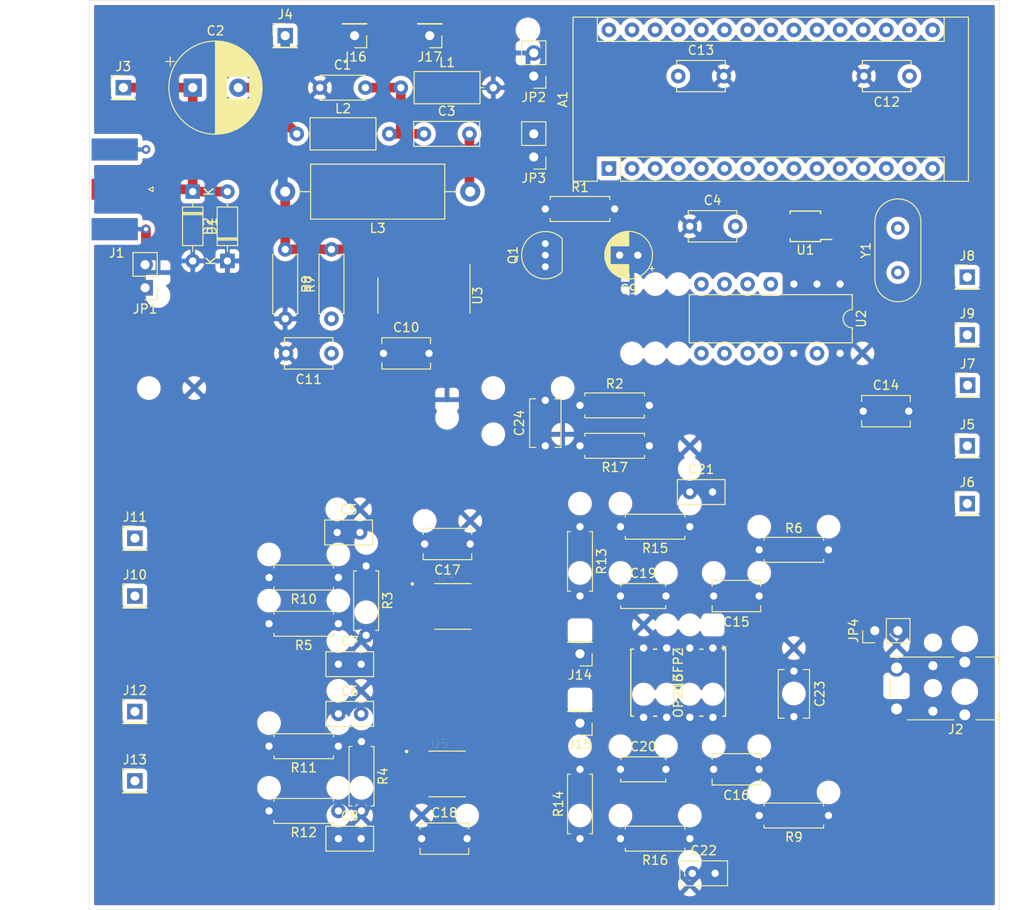
<source format=kicad_pcb>
(kicad_pcb (version 20171130) (host pcbnew "(5.1.5)-3")
  (layers (0 F.Cu signal) (31 B.Cu signal) (34 B.Paste user) (35 F.Paste user) (36 B.SilkS user) (37 F.SilkS user) (38 B.Mask user) (39 F.Mask user) (44 Edge.Cuts user))
  (net 0 "")
  (net 1 "Net-(A1-Pad1)")
  (net 2 +3V3)
  (net 3 "Net-(A1-Pad2)")
  (net 4 "Net-(A1-Pad18)")
  (net 5 "Net-(A1-Pad3)")
  (net 6 "Net-(A1-Pad19)")
  (net 7 "Net-(A1-Pad29)")
  (net 8 "Net-(A1-Pad20)")
  (net 9 "Net-(A1-Pad5)")
  (net 10 "Net-(A1-Pad21)")
  (net 11 "Net-(A1-Pad6)")
  (net 12 "Net-(A1-Pad22)")
  (net 13 "Net-(A1-Pad7)")
  (net 14 /SDA)
  (net 15 "Net-(A1-Pad8)")
  (net 16 /SCL)
  (net 17 "Net-(A1-Pad9)")
  (net 18 "Net-(A1-Pad25)")
  (net 19 "Net-(A1-Pad10)")
  (net 20 "Net-(A1-Pad26)")
  (net 21 "Net-(A1-Pad11)")
  (net 22 +5V)
  (net 23 "Net-(A1-Pad12)")
  (net 24 "Net-(A1-Pad28)")
  (net 25 "Net-(A1-Pad13)")
  (net 26 "Net-(A1-Pad14)")
  (net 27 "Net-(A1-Pad30)")
  (net 28 "Net-(A1-Pad15)")
  (net 29 "Net-(A1-Pad16)")
  (net 30 "Net-(C1-Pad2)")
  (net 31 GND)
  (net 32 "Net-(C2-Pad1)")
  (net 33 "Net-(C2-Pad2)")
  (net 34 "Net-(C3-Pad2)")
  (net 35 "Net-(C5-Pad1)")
  (net 36 "Net-(C6-Pad1)")
  (net 37 "Net-(C7-Pad1)")
  (net 38 "Net-(C8-Pad1)")
  (net 39 GNDA)
  (net 40 "Net-(C15-Pad1)")
  (net 41 "Net-(C15-Pad2)")
  (net 42 "Net-(C16-Pad1)")
  (net 43 "Net-(C16-Pad2)")
  (net 44 "Net-(J1-Pad2)")
  (net 45 "Net-(J2-PadT)")
  (net 46 "Net-(R3-Pad1)")
  (net 47 "Net-(R3-Pad2)")
  (net 48 "Net-(R4-Pad2)")
  (net 49 "Net-(R4-Pad1)")
  (net 50 "Net-(R5-Pad2)")
  (net 51 "Net-(J2-PadR)")
  (net 52 "Net-(R10-Pad2)")
  (net 53 "Net-(R11-Pad2)")
  (net 54 "Net-(R12-Pad2)")
  (net 55 "Net-(U1-Pad2)")
  (net 56 "Net-(U1-Pad3)")
  (net 57 /Q_LO)
  (net 58 "Net-(U2-Pad9)")
  (net 59 "Net-(U2-Pad12)")
  (net 60 /I_LO)
  (net 61 "Net-(J6-Pad1)")
  (net 62 "Net-(J5-Pad1)")
  (net 63 "Net-(J7-Pad1)")
  (net 64 "Net-(C19-Pad1)")
  (net 65 "Net-(C20-Pad1)")
  (net 66 "Net-(C21-Pad1)")
  (net 67 "Net-(C22-Pad1)")
  (net 68 /FIL_OUT)
  (net 69 "Net-(J14-Pad1)")
  (net 70 "Net-(J15-Pad1)")
  (net 71 +4.3V)
  (net 72 "Net-(J2-PadS)")
  (net 73 "Net-(C9-Pad2)")
  (module Package_SO:SOIC-16_3.9x9.9mm_P1.27mm (layer F.Cu) (at 111.76 77.47 270)
    (fp_text reference U3 (at 0 -5.9 90) (layer F.SilkS))
    (fp_text value SN74CBT3253)
    (pad 1 smd roundrect (at -2.475 -4.445 270) (size 1.95 0.6) (layers F.Cu F.Paste F.Mask) (net 31 GND))
    (pad 2 smd roundrect (at -2.475 -3.175 270) (size 1.95 0.6) (layers F.Cu F.Paste F.Mask) (net 57 /Q_LO))
    (pad 3 smd roundrect (at -2.475 -1.905 270) (size 1.95 0.6) (layers F.Cu F.Paste F.Mask) (net 52 "Net-(R10-Pad2)"))
    (pad 4 smd roundrect (at -2.475 -0.635 270) (size 1.95 0.6) (layers F.Cu F.Paste F.Mask) (net 54 "Net-(R12-Pad2)"))
    (pad 5 smd roundrect (at -2.475 0.635 270) (size 1.95 0.6) (layers F.Cu F.Paste F.Mask) (net 53 "Net-(R11-Pad2)"))
    (pad 6 smd roundrect (at -2.475 1.905 270) (size 1.95 0.6) (layers F.Cu F.Paste F.Mask) (net 50 "Net-(R5-Pad2)"))
    (pad 7 smd roundrect (at -2.475 3.175 270) (size 1.95 0.6) (layers F.Cu F.Paste F.Mask) (net 68 /FIL_OUT))
    (pad 8 smd roundrect (at -2.475 4.445 270) (size 1.95 0.6) (layers F.Cu F.Paste F.Mask) (net 31 GND))
    (pad 9 smd roundrect (at 2.475 4.445 270) (size 1.95 0.6) (layers F.Cu F.Paste F.Mask) (net 68 /FIL_OUT))
    (pad 10 smd roundrect (at 2.475 3.175 270) (size 1.95 0.6) (layers F.Cu F.Paste F.Mask) (net 50 "Net-(R5-Pad2)"))
    (pad 11 smd roundrect (at 2.475 1.905 270) (size 1.95 0.6) (layers F.Cu F.Paste F.Mask) (net 53 "Net-(R11-Pad2)"))
    (pad 12 smd roundrect (at 2.475 0.635 270) (size 1.95 0.6) (layers F.Cu F.Paste F.Mask) (net 54 "Net-(R12-Pad2)"))
    (pad 13 smd roundrect (at 2.475 -0.635 270) (size 1.95 0.6) (layers F.Cu F.Paste F.Mask) (net 52 "Net-(R10-Pad2)"))
    (pad 14 smd roundrect (at 2.475 -1.905 270) (size 1.95 0.6) (layers F.Cu F.Paste F.Mask) (net 60 /I_LO))
    (pad 15 smd roundrect (at 2.475 -3.175 270) (size 1.95 0.6) (layers F.Cu F.Paste F.Mask) (net 31 GND))
    (pad 16 smd roundrect (at 2.475 -4.445 270) (size 1.95 0.6) (layers F.Cu F.Paste F.Mask) (net 71 +4.3V))
  )
  (module Module:Arduino_Nano (layer F.Cu) (at 132.08 63.5 90)
    (fp_text reference A1 (at 7.62 -5.08 90) (layer F.SilkS))
    (fp_text value Arduino_Nano_v3.x)
    (pad 1 thru_hole rect (at 0 0 90) (size 1.6 1.6) (drill 0.8) (layers *.Cu *.Mask) (net 1 "Net-(A1-Pad1)"))
    (pad 17 thru_hole oval (at 15.24 33.02 90) (size 1.6 1.6) (drill 0.8) (layers *.Cu *.Mask) (net 2 +3V3))
    (pad 2 thru_hole oval (at 0 2.54 90) (size 1.6 1.6) (drill 0.8) (layers *.Cu *.Mask) (net 3 "Net-(A1-Pad2)"))
    (pad 18 thru_hole oval (at 15.24 30.48 90) (size 1.6 1.6) (drill 0.8) (layers *.Cu *.Mask) (net 4 "Net-(A1-Pad18)"))
    (pad 3 thru_hole oval (at 0 5.08 90) (size 1.6 1.6) (drill 0.8) (layers *.Cu *.Mask) (net 5 "Net-(A1-Pad3)"))
    (pad 19 thru_hole oval (at 15.24 27.94 90) (size 1.6 1.6) (drill 0.8) (layers *.Cu *.Mask) (net 6 "Net-(A1-Pad19)"))
    (pad 4 thru_hole oval (at 0 7.62 90) (size 1.6 1.6) (drill 0.8) (layers *.Cu *.Mask) (net 7 "Net-(A1-Pad29)"))
    (pad 20 thru_hole oval (at 15.24 25.4 90) (size 1.6 1.6) (drill 0.8) (layers *.Cu *.Mask) (net 8 "Net-(A1-Pad20)"))
    (pad 5 thru_hole oval (at 0 10.16 90) (size 1.6 1.6) (drill 0.8) (layers *.Cu *.Mask) (net 9 "Net-(A1-Pad5)"))
    (pad 21 thru_hole oval (at 15.24 22.86 90) (size 1.6 1.6) (drill 0.8) (layers *.Cu *.Mask) (net 10 "Net-(A1-Pad21)"))
    (pad 6 thru_hole oval (at 0 12.7 90) (size 1.6 1.6) (drill 0.8) (layers *.Cu *.Mask) (net 11 "Net-(A1-Pad6)"))
    (pad 22 thru_hole oval (at 15.24 20.32 90) (size 1.6 1.6) (drill 0.8) (layers *.Cu *.Mask) (net 12 "Net-(A1-Pad22)"))
    (pad 7 thru_hole oval (at 0 15.24 90) (size 1.6 1.6) (drill 0.8) (layers *.Cu *.Mask) (net 13 "Net-(A1-Pad7)"))
    (pad 23 thru_hole oval (at 15.24 17.78 90) (size 1.6 1.6) (drill 0.8) (layers *.Cu *.Mask) (net 14 /SDA))
    (pad 8 thru_hole oval (at 0 17.78 90) (size 1.6 1.6) (drill 0.8) (layers *.Cu *.Mask) (net 15 "Net-(A1-Pad8)"))
    (pad 24 thru_hole oval (at 15.24 15.24 90) (size 1.6 1.6) (drill 0.8) (layers *.Cu *.Mask) (net 16 /SCL))
    (pad 9 thru_hole oval (at 0 20.32 90) (size 1.6 1.6) (drill 0.8) (layers *.Cu *.Mask) (net 17 "Net-(A1-Pad9)"))
    (pad 25 thru_hole oval (at 15.24 12.7 90) (size 1.6 1.6) (drill 0.8) (layers *.Cu *.Mask) (net 18 "Net-(A1-Pad25)"))
    (pad 10 thru_hole oval (at 0 22.86 90) (size 1.6 1.6) (drill 0.8) (layers *.Cu *.Mask) (net 19 "Net-(A1-Pad10)"))
    (pad 26 thru_hole oval (at 15.24 10.16 90) (size 1.6 1.6) (drill 0.8) (layers *.Cu *.Mask) (net 20 "Net-(A1-Pad26)"))
    (pad 11 thru_hole oval (at 0 25.4 90) (size 1.6 1.6) (drill 0.8) (layers *.Cu *.Mask) (net 21 "Net-(A1-Pad11)"))
    (pad 27 thru_hole oval (at 15.24 7.62 90) (size 1.6 1.6) (drill 0.8) (layers *.Cu *.Mask) (net 22 +5V))
    (pad 12 thru_hole oval (at 0 27.94 90) (size 1.6 1.6) (drill 0.8) (layers *.Cu *.Mask) (net 23 "Net-(A1-Pad12)"))
    (pad 28 thru_hole oval (at 15.24 5.08 90) (size 1.6 1.6) (drill 0.8) (layers *.Cu *.Mask) (net 24 "Net-(A1-Pad28)"))
    (pad 13 thru_hole oval (at 0 30.48 90) (size 1.6 1.6) (drill 0.8) (layers *.Cu *.Mask) (net 25 "Net-(A1-Pad13)"))
    (pad 29 thru_hole oval (at 15.24 2.54 90) (size 1.6 1.6) (drill 0.8) (layers *.Cu *.Mask) (net 7 "Net-(A1-Pad29)"))
    (pad 14 thru_hole oval (at 0 33.02 90) (size 1.6 1.6) (drill 0.8) (layers *.Cu *.Mask) (net 26 "Net-(A1-Pad14)"))
    (pad 30 thru_hole oval (at 15.24 0 90) (size 1.6 1.6) (drill 0.8) (layers *.Cu *.Mask) (net 27 "Net-(A1-Pad30)"))
    (pad 15 thru_hole oval (at 0 35.56 90) (size 1.6 1.6) (drill 0.8) (layers *.Cu *.Mask) (net 28 "Net-(A1-Pad15)"))
    (pad 16 thru_hole oval (at 15.24 35.56 90) (size 1.6 1.6) (drill 0.8) (layers *.Cu *.Mask) (net 29 "Net-(A1-Pad16)"))
  )
  (module Diode_THT:D_DO-35_SOD27_P7.62mm_Horizontal (layer F.Cu) (at 86.36 66.04 270)
    (fp_text reference D1 (at 3.81 -2.12 90) (layer F.SilkS))
    (fp_text value 1N914)
    (fp_text user K (at 0 -1.8 90) (layer F.SilkS))
    (pad 2 thru_hole oval (at 7.62 0 270) (size 1.6 1.6) (drill 0.8) (layers *.Cu *.Mask) (net 31 GND))
    (pad 1 thru_hole rect (at 0 0 270) (size 1.6 1.6) (drill 0.8) (layers *.Cu *.Mask) (net 32 "Net-(C2-Pad1)"))
  )
  (module Diode_THT:D_DO-35_SOD27_P7.62mm_Horizontal (layer F.Cu) (at 90.17 73.66 90)
    (fp_text reference D2 (at 3.81 -2.12 90) (layer F.SilkS))
    (fp_text value 1N914)
    (fp_text user K (at 0 -1.8 90) (layer F.SilkS))
    (pad 1 thru_hole rect (at 0 0 90) (size 1.6 1.6) (drill 0.8) (layers *.Cu *.Mask) (net 31 GND))
    (pad 2 thru_hole oval (at 7.62 0 90) (size 1.6 1.6) (drill 0.8) (layers *.Cu *.Mask) (net 32 "Net-(C2-Pad1)"))
  )
  (module Connector_Coaxial:SMA_Molex_73251-1153_EdgeMount_Horizontal (layer F.Cu) (at 79.502 65.786)
    (fp_text reference J1 (at -1.5 7) (layer F.SilkS))
    (fp_text value Conn_Coaxial)
    (pad 1 smd rect (at -1.72 0) (size 5.08 2.29) (layers F.Cu F.Paste F.Mask) (net 32 "Net-(C2-Pad1)"))
    (pad 2 smd rect (at -1.72 -4.38) (size 5.08 2.42) (layers F.Cu F.Paste F.Mask) (net 44 "Net-(J1-Pad2)"))
    (pad 2 smd rect (at -1.72 4.38) (size 5.08 2.42) (layers F.Cu F.Paste F.Mask) (net 44 "Net-(J1-Pad2)"))
    (pad 2 smd rect (at -1.72 -4.38) (size 5.08 2.42) (layers B.Cu B.Paste B.Mask) (net 44 "Net-(J1-Pad2)"))
    (pad 2 smd rect (at -1.72 4.38) (size 5.08 2.42) (layers B.Cu B.Paste B.Mask) (net 44 "Net-(J1-Pad2)"))
    (pad 2 thru_hole circle (at 1.72 -4.38) (size 0.97 0.97) (drill 0.46) (layers *.Cu) (net 44 "Net-(J1-Pad2)"))
    (pad 2 thru_hole circle (at 1.72 4.38) (size 0.97 0.97) (drill 0.46) (layers *.Cu) (net 44 "Net-(J1-Pad2)"))
    (pad 2 smd rect (at 1.27 -4.38) (size 0.95 0.46) (layers F.Cu) (net 44 "Net-(J1-Pad2)"))
    (pad 2 smd rect (at 1.27 4.38) (size 0.95 0.46) (layers F.Cu) (net 44 "Net-(J1-Pad2)"))
    (pad 2 smd rect (at 1.27 -4.38) (size 0.95 0.46) (layers B.Cu) (net 44 "Net-(J1-Pad2)"))
    (pad 2 smd rect (at 1.27 4.38) (size 0.95 0.46) (layers B.Cu) (net 44 "Net-(J1-Pad2)"))
  )
  (module Connector_PinHeader_2.54mm:PinHeader_1x02_P2.54mm_Vertical (layer F.Cu) (at 81.13 76.608 180)
    (fp_text reference JP1 (at 0 -2.33) (layer F.SilkS))
    (fp_text value Jumper_NC_Small)
    (pad 1 thru_hole rect (at 0 0 180) (size 1.7 1.7) (drill 1) (layers *.Cu *.Mask) (net 31 GND))
    (pad 2 thru_hole oval (at 0 2.54 180) (size 1.7 1.7) (drill 1) (layers *.Cu *.Mask) (net 44 "Net-(J1-Pad2)"))
  )
  (module Connector_PinHeader_2.54mm:PinHeader_1x02_P2.54mm_Vertical (layer F.Cu) (at 123.825 53.34 180)
    (fp_text reference JP2 (at 0 -2.33) (layer F.SilkS))
    (fp_text value Jumper_NC_Small)
    (pad 2 thru_hole oval (at 0 2.54 180) (size 1.7 1.7) (drill 1) (layers *.Cu *.Mask) (net 7 "Net-(A1-Pad29)"))
    (pad 1 thru_hole rect (at 0 0 180) (size 1.7 1.7) (drill 1) (layers *.Cu *.Mask) (net 31 GND))
  )
  (module Inductor_THT:L_Axial_L7.0mm_D3.3mm_P10.16mm_Horizontal_Fastron_MICC (layer F.Cu) (at 109.22 54.61)
    (fp_text reference L1 (at 5.08 -2.77) (layer F.SilkS))
    (fp_text value 1u)
    (pad 1 thru_hole circle (at 0 0) (size 1.6 1.6) (drill 0.8) (layers *.Cu *.Mask) (net 30 "Net-(C1-Pad2)"))
    (pad 2 thru_hole oval (at 10.16 0) (size 1.6 1.6) (drill 0.8) (layers *.Cu *.Mask) (net 31 GND))
  )
  (module Inductor_THT:L_Axial_L7.0mm_D3.3mm_P10.16mm_Horizontal_Fastron_MICC (layer F.Cu) (at 97.79 59.69)
    (fp_text reference L2 (at 5.08 -2.77) (layer F.SilkS))
    (fp_text value 1u)
    (pad 2 thru_hole oval (at 10.16 0) (size 1.6 1.6) (drill 0.8) (layers *.Cu *.Mask) (net 30 "Net-(C1-Pad2)"))
    (pad 1 thru_hole circle (at 0 0) (size 1.6 1.6) (drill 0.8) (layers *.Cu *.Mask) (net 33 "Net-(C2-Pad2)"))
  )
  (module Inductor_THT:L_Axial_L14.5mm_D5.8mm_P20.32mm_Horizontal_Fastron_HBCC (layer F.Cu) (at 116.84 66.04 180)
    (fp_text reference L3 (at 10.16 -4.02) (layer F.SilkS))
    (fp_text value 3.6u)
    (pad 1 thru_hole circle (at 0 0 180) (size 2.2 2.2) (drill 1.1) (layers *.Cu *.Mask) (net 34 "Net-(C3-Pad2)"))
    (pad 2 thru_hole oval (at 20.32 0 180) (size 2.2 2.2) (drill 1.1) (layers *.Cu *.Mask) (net 68 /FIL_OUT))
  )
  (module Resistor_THT:R_Axial_DIN0207_L6.3mm_D2.5mm_P7.62mm_Horizontal (layer F.Cu) (at 125.095 67.945)
    (fp_text reference R1 (at 3.81 -2.37) (layer F.SilkS))
    (fp_text value 1k)
    (pad 1 thru_hole circle (at 0 0) (size 1.6 1.6) (drill 0.8) (layers *.Cu *.Mask) (net 22 +5V))
    (pad 2 thru_hole oval (at 7.62 0) (size 1.6 1.6) (drill 0.8) (layers *.Cu *.Mask) (net 73 "Net-(C9-Pad2)"))
  )
  (module Resistor_THT:R_Axial_DIN0207_L6.3mm_D2.5mm_P7.62mm_Horizontal (layer F.Cu) (at 105.41 107.188 270)
    (fp_text reference R3 (at 3.81 -2.37 90) (layer F.SilkS))
    (fp_text value 33)
    (pad 1 thru_hole circle (at 0 0 270) (size 1.6 1.6) (drill 0.8) (layers *.Cu *.Mask) (net 46 "Net-(R3-Pad1)"))
    (pad 2 thru_hole oval (at 7.62 0 270) (size 1.6 1.6) (drill 0.8) (layers *.Cu *.Mask) (net 47 "Net-(R3-Pad2)"))
  )
  (module Resistor_THT:R_Axial_DIN0207_L6.3mm_D2.5mm_P7.62mm_Horizontal (layer F.Cu) (at 104.902 126.492 270)
    (fp_text reference R4 (at 3.81 -2.37 90) (layer F.SilkS))
    (fp_text value 33)
    (pad 2 thru_hole oval (at 7.62 0 270) (size 1.6 1.6) (drill 0.8) (layers *.Cu *.Mask) (net 48 "Net-(R4-Pad2)"))
    (pad 1 thru_hole circle (at 0 0 270) (size 1.6 1.6) (drill 0.8) (layers *.Cu *.Mask) (net 49 "Net-(R4-Pad1)"))
  )
  (module Resistor_THT:R_Axial_DIN0207_L6.3mm_D2.5mm_P7.62mm_Horizontal (layer F.Cu) (at 102.362 113.538 180)
    (fp_text reference R5 (at 3.81 -2.37) (layer F.SilkS))
    (fp_text value 50)
    (pad 1 thru_hole circle (at 0 0 180) (size 1.6 1.6) (drill 0.8) (layers *.Cu *.Mask) (net 37 "Net-(C7-Pad1)"))
    (pad 2 thru_hole oval (at 7.62 0 180) (size 1.6 1.6) (drill 0.8) (layers *.Cu *.Mask) (net 50 "Net-(R5-Pad2)"))
  )
  (module Resistor_THT:R_Axial_DIN0207_L6.3mm_D2.5mm_P7.62mm_Horizontal (layer F.Cu) (at 148.59 105.41)
    (fp_text reference R6 (at 3.81 -2.37) (layer F.SilkS))
    (fp_text value 100)
    (pad 2 thru_hole oval (at 7.62 0) (size 1.6 1.6) (drill 0.8) (layers *.Cu *.Mask) (net 45 "Net-(J2-PadT)"))
    (pad 1 thru_hole circle (at 0 0) (size 1.6 1.6) (drill 0.8) (layers *.Cu *.Mask) (net 40 "Net-(C15-Pad1)"))
  )
  (module Resistor_THT:R_Axial_DIN0207_L6.3mm_D2.5mm_P7.62mm_Horizontal (layer F.Cu) (at 101.6 80.01 90)
    (fp_text reference R7 (at 3.81 -2.37 90) (layer F.SilkS))
    (fp_text value 10k)
    (pad 2 thru_hole oval (at 7.62 0 90) (size 1.6 1.6) (drill 0.8) (layers *.Cu *.Mask) (net 68 /FIL_OUT))
    (pad 1 thru_hole circle (at 0 0 90) (size 1.6 1.6) (drill 0.8) (layers *.Cu *.Mask) (net 71 +4.3V))
  )
  (module Resistor_THT:R_Axial_DIN0207_L6.3mm_D2.5mm_P7.62mm_Horizontal (layer F.Cu) (at 96.52 72.39 270)
    (fp_text reference R8 (at 3.81 -2.37 90) (layer F.SilkS))
    (fp_text value 10k)
    (pad 1 thru_hole circle (at 0 0 270) (size 1.6 1.6) (drill 0.8) (layers *.Cu *.Mask) (net 68 /FIL_OUT))
    (pad 2 thru_hole oval (at 7.62 0 270) (size 1.6 1.6) (drill 0.8) (layers *.Cu *.Mask) (net 31 GND))
  )
  (module Resistor_THT:R_Axial_DIN0207_L6.3mm_D2.5mm_P7.62mm_Horizontal (layer F.Cu) (at 156.21 134.62 180)
    (fp_text reference R9 (at 3.81 -2.37) (layer F.SilkS))
    (fp_text value 100)
    (pad 1 thru_hole circle (at 0 0 180) (size 1.6 1.6) (drill 0.8) (layers *.Cu *.Mask) (net 51 "Net-(J2-PadR)"))
    (pad 2 thru_hole oval (at 7.62 0 180) (size 1.6 1.6) (drill 0.8) (layers *.Cu *.Mask) (net 42 "Net-(C16-Pad1)"))
  )
  (module Resistor_THT:R_Axial_DIN0207_L6.3mm_D2.5mm_P7.62mm_Horizontal (layer F.Cu) (at 102.362 108.458 180)
    (fp_text reference R10 (at 3.81 -2.37) (layer F.SilkS))
    (fp_text value 50)
    (pad 2 thru_hole oval (at 7.62 0 180) (size 1.6 1.6) (drill 0.8) (layers *.Cu *.Mask) (net 52 "Net-(R10-Pad2)"))
    (pad 1 thru_hole circle (at 0 0 180) (size 1.6 1.6) (drill 0.8) (layers *.Cu *.Mask) (net 35 "Net-(C5-Pad1)"))
  )
  (module Resistor_THT:R_Axial_DIN0207_L6.3mm_D2.5mm_P7.62mm_Horizontal (layer F.Cu) (at 102.362 127 180)
    (fp_text reference R11 (at 3.81 -2.37) (layer F.SilkS))
    (fp_text value 50)
    (pad 1 thru_hole circle (at 0 0 180) (size 1.6 1.6) (drill 0.8) (layers *.Cu *.Mask) (net 38 "Net-(C8-Pad1)"))
    (pad 2 thru_hole oval (at 7.62 0 180) (size 1.6 1.6) (drill 0.8) (layers *.Cu *.Mask) (net 53 "Net-(R11-Pad2)"))
  )
  (module Resistor_THT:R_Axial_DIN0207_L6.3mm_D2.5mm_P7.62mm_Horizontal (layer F.Cu) (at 102.362 134.112 180)
    (fp_text reference R12 (at 3.81 -2.37) (layer F.SilkS))
    (fp_text value 50)
    (pad 2 thru_hole oval (at 7.62 0 180) (size 1.6 1.6) (drill 0.8) (layers *.Cu *.Mask) (net 54 "Net-(R12-Pad2)"))
    (pad 1 thru_hole circle (at 0 0 180) (size 1.6 1.6) (drill 0.8) (layers *.Cu *.Mask) (net 36 "Net-(C6-Pad1)"))
  )
  (module Package_SO:MSOP-10_3x3mm_P0.5mm (layer F.Cu) (at 153.67 69.85 180)
    (fp_text reference U1 (at 0 -2.6) (layer F.SilkS))
    (fp_text value Si5351A-B-GT)
    (pad 1 smd rect (at -2.2 -1 180) (size 1.4 0.3) (layers F.Cu F.Paste F.Mask) (net 2 +3V3))
    (pad 2 smd rect (at -2.2 -0.5 180) (size 1.4 0.3) (layers F.Cu F.Paste F.Mask) (net 55 "Net-(U1-Pad2)"))
    (pad 3 smd rect (at -2.2 0 180) (size 1.4 0.3) (layers F.Cu F.Paste F.Mask) (net 56 "Net-(U1-Pad3)"))
    (pad 4 smd rect (at -2.2 0.5 180) (size 1.4 0.3) (layers F.Cu F.Paste F.Mask) (net 16 /SCL))
    (pad 5 smd rect (at -2.2 1 180) (size 1.4 0.3) (layers F.Cu F.Paste F.Mask) (net 14 /SDA))
    (pad 6 smd rect (at 2.2 1 180) (size 1.4 0.3) (layers F.Cu F.Paste F.Mask) (net 61 "Net-(J6-Pad1)"))
    (pad 7 smd rect (at 2.2 0.5 180) (size 1.4 0.3) (layers F.Cu F.Paste F.Mask) (net 2 +3V3))
    (pad 8 smd rect (at 2.2 0 180) (size 1.4 0.3) (layers F.Cu F.Paste F.Mask) (net 31 GND))
    (pad 9 smd rect (at 2.2 -0.5 180) (size 1.4 0.3) (layers F.Cu F.Paste F.Mask) (net 62 "Net-(J5-Pad1)"))
    (pad 10 smd rect (at 2.2 -1 180) (size 1.4 0.3) (layers F.Cu F.Paste F.Mask) (net 63 "Net-(J7-Pad1)"))
  )
  (module Package_DIP:DIP-14_W7.62mm (layer F.Cu) (at 157.48 76.2 270)
    (fp_text reference U2 (at 3.81 -2.33 90) (layer F.SilkS))
    (fp_text value 74AC74)
    (pad 1 thru_hole rect (at 0 0 270) (size 1.6 1.6) (drill 0.8) (layers *.Cu *.Mask) (net 2 +3V3))
    (pad 8 thru_hole oval (at 7.62 15.24 270) (size 1.6 1.6) (drill 0.8) (layers *.Cu *.Mask) (net 57 /Q_LO))
    (pad 2 thru_hole oval (at 0 2.54 270) (size 1.6 1.6) (drill 0.8) (layers *.Cu *.Mask) (net 57 /Q_LO))
    (pad 9 thru_hole oval (at 7.62 12.7 270) (size 1.6 1.6) (drill 0.8) (layers *.Cu *.Mask) (net 58 "Net-(U2-Pad9)"))
    (pad 3 thru_hole oval (at 0 5.08 270) (size 1.6 1.6) (drill 0.8) (layers *.Cu *.Mask) (net 63 "Net-(J7-Pad1)"))
    (pad 10 thru_hole oval (at 7.62 10.16 270) (size 1.6 1.6) (drill 0.8) (layers *.Cu *.Mask) (net 2 +3V3))
    (pad 4 thru_hole oval (at 0 7.62 270) (size 1.6 1.6) (drill 0.8) (layers *.Cu *.Mask) (net 2 +3V3))
    (pad 11 thru_hole oval (at 7.62 7.62 270) (size 1.6 1.6) (drill 0.8) (layers *.Cu *.Mask) (net 63 "Net-(J7-Pad1)"))
    (pad 5 thru_hole oval (at 0 10.16 270) (size 1.6 1.6) (drill 0.8) (layers *.Cu *.Mask) (net 59 "Net-(U2-Pad12)"))
    (pad 12 thru_hole oval (at 7.62 5.08 270) (size 1.6 1.6) (drill 0.8) (layers *.Cu *.Mask) (net 59 "Net-(U2-Pad12)"))
    (pad 6 thru_hole oval (at 0 12.7 270) (size 1.6 1.6) (drill 0.8) (layers *.Cu *.Mask) (net 60 /I_LO))
    (pad 13 thru_hole oval (at 7.62 2.54 270) (size 1.6 1.6) (drill 0.8) (layers *.Cu *.Mask) (net 2 +3V3))
    (pad 7 thru_hole oval (at 0 15.24 270) (size 1.6 1.6) (drill 0.8) (layers *.Cu *.Mask) (net 31 GND))
    (pad 14 thru_hole oval (at 7.62 0 270) (size 1.6 1.6) (drill 0.8) (layers *.Cu *.Mask) (net 2 +3V3))
  )
  (module import_footprint:SOIC127P600X175-8N (layer F.Cu) (at 114.935 111.633)
    (fp_text reference U4 (at -0.795 -3.322) (layer F.SilkS) (effects (font (thickness 0.015))))
    (fp_text value INA821ID)
    (pad 1 smd rect (at -2.475 -1.905) (size 1.97 0.57) (layers F.Cu F.Paste F.Mask) (net 35 "Net-(C5-Pad1)"))
    (pad 2 smd rect (at -2.475 -0.635) (size 1.97 0.57) (layers F.Cu F.Paste F.Mask) (net 46 "Net-(R3-Pad1)"))
    (pad 3 smd rect (at -2.475 0.635) (size 1.97 0.57) (layers F.Cu F.Paste F.Mask) (net 47 "Net-(R3-Pad2)"))
    (pad 4 smd rect (at -2.475 1.905) (size 1.97 0.57) (layers F.Cu F.Paste F.Mask) (net 37 "Net-(C7-Pad1)"))
    (pad 5 smd rect (at 2.475 1.905) (size 1.97 0.57) (layers F.Cu F.Paste F.Mask) (net 31 GND))
    (pad 6 smd rect (at 2.475 0.635) (size 1.97 0.57) (layers F.Cu F.Paste F.Mask) (net 39 GNDA))
    (pad 7 smd rect (at 2.475 -0.635) (size 1.97 0.57) (layers F.Cu F.Paste F.Mask) (net 69 "Net-(J14-Pad1)"))
    (pad 8 smd rect (at 2.475 -1.905) (size 1.97 0.57) (layers F.Cu F.Paste F.Mask) (net 71 +4.3V))
  )
  (module import_footprint:SOIC127P600X175-8N (layer F.Cu) (at 114.3 130.048)
    (fp_text reference U5 (at -0.795 -3.322) (layer F.SilkS) (effects (font (thickness 0.015))))
    (fp_text value INA821ID)
    (pad 8 smd rect (at 2.475 -1.905) (size 1.97 0.57) (layers F.Cu F.Paste F.Mask) (net 71 +4.3V))
    (pad 7 smd rect (at 2.475 -0.635) (size 1.97 0.57) (layers F.Cu F.Paste F.Mask) (net 70 "Net-(J15-Pad1)"))
    (pad 6 smd rect (at 2.475 0.635) (size 1.97 0.57) (layers F.Cu F.Paste F.Mask) (net 39 GNDA))
    (pad 5 smd rect (at 2.475 1.905) (size 1.97 0.57) (layers F.Cu F.Paste F.Mask) (net 31 GND))
    (pad 4 smd rect (at -2.475 1.905) (size 1.97 0.57) (layers F.Cu F.Paste F.Mask) (net 38 "Net-(C8-Pad1)"))
    (pad 3 smd rect (at -2.475 0.635) (size 1.97 0.57) (layers F.Cu F.Paste F.Mask) (net 48 "Net-(R4-Pad2)"))
    (pad 2 smd rect (at -2.475 -0.635) (size 1.97 0.57) (layers F.Cu F.Paste F.Mask) (net 49 "Net-(R4-Pad1)"))
    (pad 1 smd rect (at -2.475 -1.905) (size 1.97 0.57) (layers F.Cu F.Paste F.Mask) (net 36 "Net-(C6-Pad1)"))
  )
  (module Crystal:Crystal_HC49-U_Vertical (layer F.Cu) (at 163.83 74.93 90)
    (fp_text reference Y1 (at 2.44 -3.525 90) (layer F.SilkS))
    (fp_text value Crystal)
    (pad 1 thru_hole circle (at 0 0 90) (size 1.5 1.5) (drill 0.8) (layers *.Cu *.Mask) (net 55 "Net-(U1-Pad2)"))
    (pad 2 thru_hole circle (at 4.88 0 90) (size 1.5 1.5) (drill 0.8) (layers *.Cu *.Mask) (net 56 "Net-(U1-Pad3)"))
  )
  (module Connector_Audio:Jack_3.5mm_Switronic_ST-005-G_horizontal (layer F.Cu) (at 170.18 120.65 180)
    (fp_text reference J2 (at 0 -4.5) (layer F.SilkS))
    (fp_text value AudioJack3)
    (pad T thru_hole circle (at -1 -2.9 180) (size 1.9 1.9) (drill 1.2) (layers *.Cu *.Mask) (net 45 "Net-(J2-PadT)"))
    (pad T thru_hole circle (at -1 2.9 180) (size 1.9 1.9) (drill 1.2) (layers *.Cu *.Mask) (net 45 "Net-(J2-PadT)"))
    (pad R thru_hole rect (at 6.5 -2.25 180) (size 1.9 1.9) (drill 1.2) (layers *.Cu *.Mask) (net 51 "Net-(J2-PadR)"))
    (pad S thru_hole circle (at 6.5 2.25 180) (size 1.9 1.9) (drill 1.2) (layers *.Cu *.Mask) (net 72 "Net-(J2-PadS)"))
    (pad "" np_thru_hole circle (at 2.5 2.5 180) (size 1 1) (drill 1) (layers *.Cu *.Mask))
    (pad "" np_thru_hole circle (at 2.5 -2.5 180) (size 1 1) (drill 1) (layers *.Cu *.Mask))
  )
  (module Connector_PinHeader_2.54mm:PinHeader_1x01_P2.54mm_Vertical (layer F.Cu) (at 78.74 54.61)
    (fp_text reference J3 (at 0 -2.33) (layer F.SilkS))
    (fp_text value FIL_I)
    (pad 1 thru_hole rect (at 0 0) (size 1.7 1.7) (drill 1) (layers *.Cu *.Mask) (net 32 "Net-(C2-Pad1)"))
  )
  (module Connector_PinHeader_2.54mm:PinHeader_1x01_P2.54mm_Vertical (layer F.Cu) (at 96.52 48.895)
    (fp_text reference J4 (at 0 -2.33) (layer F.SilkS))
    (fp_text value FIL_O)
    (pad 1 thru_hole rect (at 0 0) (size 1.7 1.7) (drill 1) (layers *.Cu *.Mask) (net 68 /FIL_OUT))
  )
  (module Connector_PinHeader_2.54mm:PinHeader_1x01_P2.54mm_Vertical (layer F.Cu) (at 171.45 93.98)
    (fp_text reference J5 (at 0 -2.33) (layer F.SilkS))
    (fp_text value CLK_2)
    (pad 1 thru_hole rect (at 0 0) (size 1.7 1.7) (drill 1) (layers *.Cu *.Mask) (net 62 "Net-(J5-Pad1)"))
  )
  (module Connector_PinHeader_2.54mm:PinHeader_1x01_P2.54mm_Vertical (layer F.Cu) (at 171.45 100.33)
    (fp_text reference J6 (at 0 -2.33) (layer F.SilkS))
    (fp_text value CLK_3)
    (pad 1 thru_hole rect (at 0 0) (size 1.7 1.7) (drill 1) (layers *.Cu *.Mask) (net 61 "Net-(J6-Pad1)"))
  )
  (module Connector_PinHeader_2.54mm:PinHeader_1x01_P2.54mm_Vertical (layer F.Cu) (at 171.49 87.32)
    (fp_text reference J7 (at 0 -2.33) (layer F.SilkS))
    (fp_text value CLK_1)
    (pad 1 thru_hole rect (at 0 0) (size 1.7 1.7) (drill 1) (layers *.Cu *.Mask) (net 63 "Net-(J7-Pad1)"))
  )
  (module Connector_PinHeader_2.54mm:PinHeader_1x01_P2.54mm_Vertical (layer F.Cu) (at 171.45 75.438)
    (fp_text reference J8 (at 0 -2.33) (layer F.SilkS))
    (fp_text value I_LO)
    (pad 1 thru_hole rect (at 0 0) (size 1.7 1.7) (drill 1) (layers *.Cu *.Mask) (net 60 /I_LO))
  )
  (module Connector_PinHeader_2.54mm:PinHeader_1x01_P2.54mm_Vertical (layer F.Cu) (at 171.45 81.788)
    (fp_text reference J9 (at 0 -2.33) (layer F.SilkS))
    (fp_text value Q_LO)
    (pad 1 thru_hole rect (at 0 0) (size 1.7 1.7) (drill 1) (layers *.Cu *.Mask) (net 57 /Q_LO))
  )
  (module Connector_PinHeader_2.54mm:PinHeader_1x01_P2.54mm_Vertical (layer F.Cu) (at 80.01 110.49)
    (fp_text reference J10 (at 0 -2.33) (layer F.SilkS))
    (fp_text value I_0)
    (pad 1 thru_hole rect (at 0 0) (size 1.7 1.7) (drill 1) (layers *.Cu *.Mask) (net 37 "Net-(C7-Pad1)"))
  )
  (module Connector_PinHeader_2.54mm:PinHeader_1x01_P2.54mm_Vertical (layer F.Cu) (at 80.01 104.14)
    (fp_text reference J11 (at 0 -2.33) (layer F.SilkS))
    (fp_text value I_180)
    (pad 1 thru_hole rect (at 0 0) (size 1.7 1.7) (drill 1) (layers *.Cu *.Mask) (net 35 "Net-(C5-Pad1)"))
  )
  (module Connector_PinHeader_2.54mm:PinHeader_1x01_P2.54mm_Vertical (layer F.Cu) (at 80.01 123.19)
    (fp_text reference J12 (at 0 -2.33) (layer F.SilkS))
    (fp_text value Q_90)
    (pad 1 thru_hole rect (at 0 0) (size 1.7 1.7) (drill 1) (layers *.Cu *.Mask) (net 38 "Net-(C8-Pad1)"))
  )
  (module Connector_PinHeader_2.54mm:PinHeader_1x01_P2.54mm_Vertical (layer F.Cu) (at 80.01 130.81)
    (fp_text reference J13 (at 0 -2.33) (layer F.SilkS))
    (fp_text value Q_270)
    (pad 1 thru_hole rect (at 0 0) (size 1.7 1.7) (drill 1) (layers *.Cu *.Mask) (net 36 "Net-(C6-Pad1)"))
  )
  (module Connector_PinHeader_2.54mm:PinHeader_1x01_P2.54mm_Vertical (layer F.Cu) (at 128.905 116.84 180)
    (fp_text reference J14 (at 0 -2.33) (layer F.SilkS))
    (fp_text value I_OUT)
    (pad 1 thru_hole rect (at 0 0 180) (size 1.7 1.7) (drill 1) (layers *.Cu *.Mask) (net 69 "Net-(J14-Pad1)"))
  )
  (module Connector_PinHeader_2.54mm:PinHeader_1x01_P2.54mm_Vertical (layer F.Cu) (at 128.905 124.46 180)
    (fp_text reference J15 (at 0 -2.33) (layer F.SilkS))
    (fp_text value Q_OUT)
    (pad 1 thru_hole rect (at 0 0 180) (size 1.7 1.7) (drill 1) (layers *.Cu *.Mask) (net 70 "Net-(J15-Pad1)"))
  )
  (module Capacitor_THT:CP_Radial_D10.0mm_P5.00mm (layer F.Cu) (at 86.36 54.61)
    (fp_text reference C2 (at 2.5 -6.25) (layer F.SilkS))
    (fp_text value 910u)
    (pad 1 thru_hole rect (at 0 0) (size 2 2) (drill 1) (layers *.Cu *.Mask) (net 32 "Net-(C2-Pad1)"))
    (pad 2 thru_hole circle (at 5 0) (size 2 2) (drill 1) (layers *.Cu *.Mask) (net 33 "Net-(C2-Pad2)"))
  )
  (module Capacitor_THT:C_Disc_D4.7mm_W2.5mm_P5.00mm (layer F.Cu) (at 100.33 54.61)
    (fp_text reference C1 (at 2.5 -2.5) (layer F.SilkS))
    (fp_text value 680p)
    (pad 1 thru_hole circle (at 0 0) (size 1.6 1.6) (drill 0.8) (layers *.Cu *.Mask) (net 31 GND))
    (pad 2 thru_hole circle (at 5 0) (size 1.6 1.6) (drill 0.8) (layers *.Cu *.Mask) (net 30 "Net-(C1-Pad2)"))
  )
  (module Capacitor_THT:C_Disc_D7.0mm_W2.5mm_P5.00mm (layer F.Cu) (at 111.76 59.69)
    (fp_text reference C3 (at 2.5 -2.5) (layer F.SilkS))
    (fp_text value 150p)
    (pad 1 thru_hole circle (at 0 0) (size 1.6 1.6) (drill 0.8) (layers *.Cu *.Mask) (net 30 "Net-(C1-Pad2)"))
    (pad 2 thru_hole circle (at 5 0) (size 1.6 1.6) (drill 0.8) (layers *.Cu *.Mask) (net 34 "Net-(C3-Pad2)"))
  )
  (module Capacitor_THT:C_Disc_D5.1mm_W3.2mm_P5.00mm (layer F.Cu) (at 140.97 69.85)
    (fp_text reference C4 (at 2.5 -2.85) (layer F.SilkS))
    (fp_text value 0.1u)
    (pad 2 thru_hole circle (at 5 0) (size 1.6 1.6) (drill 0.8) (layers *.Cu *.Mask) (net 2 +3V3))
    (pad 1 thru_hole circle (at 0 0) (size 1.6 1.6) (drill 0.8) (layers *.Cu *.Mask) (net 31 GND))
  )
  (module Capacitor_THT:C_Disc_D5.0mm_W2.5mm_P2.50mm (layer F.Cu) (at 102.235 103.505)
    (fp_text reference C5 (at 1.25 -2.5) (layer F.SilkS))
    (fp_text value 100p)
    (pad 1 thru_hole circle (at 0 0) (size 1.6 1.6) (drill 0.8) (layers *.Cu *.Mask) (net 35 "Net-(C5-Pad1)"))
    (pad 2 thru_hole circle (at 2.5 0) (size 1.6 1.6) (drill 0.8) (layers *.Cu *.Mask) (net 31 GND))
  )
  (module Capacitor_THT:C_Disc_D5.0mm_W2.5mm_P2.50mm (layer F.Cu) (at 102.362 123.444)
    (fp_text reference C6 (at 1.25 -2.5) (layer F.SilkS))
    (fp_text value 100p)
    (pad 2 thru_hole circle (at 2.5 0) (size 1.6 1.6) (drill 0.8) (layers *.Cu *.Mask) (net 31 GND))
    (pad 1 thru_hole circle (at 0 0) (size 1.6 1.6) (drill 0.8) (layers *.Cu *.Mask) (net 36 "Net-(C6-Pad1)"))
  )
  (module Capacitor_THT:C_Disc_D5.0mm_W2.5mm_P2.50mm (layer F.Cu) (at 102.362 117.983)
    (fp_text reference C7 (at 1.25 -2.5) (layer F.SilkS))
    (fp_text value 100p)
    (pad 2 thru_hole circle (at 2.5 0) (size 1.6 1.6) (drill 0.8) (layers *.Cu *.Mask) (net 31 GND))
    (pad 1 thru_hole circle (at 0 0) (size 1.6 1.6) (drill 0.8) (layers *.Cu *.Mask) (net 37 "Net-(C7-Pad1)"))
  )
  (module Capacitor_THT:C_Disc_D5.0mm_W2.5mm_P2.50mm (layer F.Cu) (at 102.362 137.16)
    (fp_text reference C8 (at 1.25 -2.5) (layer F.SilkS))
    (fp_text value 100p)
    (pad 1 thru_hole circle (at 0 0) (size 1.6 1.6) (drill 0.8) (layers *.Cu *.Mask) (net 38 "Net-(C8-Pad1)"))
    (pad 2 thru_hole circle (at 2.5 0) (size 1.6 1.6) (drill 0.8) (layers *.Cu *.Mask) (net 31 GND))
  )
  (module Capacitor_THT:CP_Radial_D5.0mm_P2.00mm (layer F.Cu) (at 135.255 73.025 180)
    (fp_text reference C9 (at 1 -3.75) (layer F.SilkS))
    (fp_text value 10uF)
    (pad 1 thru_hole rect (at 0 0 180) (size 1.6 1.6) (drill 0.8) (layers *.Cu *.Mask) (net 31 GND))
    (pad 2 thru_hole circle (at 2 0 180) (size 1.6 1.6) (drill 0.8) (layers *.Cu *.Mask) (net 73 "Net-(C9-Pad2)"))
  )
  (module Capacitor_THT:C_Disc_D5.1mm_W3.2mm_P5.00mm (layer F.Cu) (at 107.315 83.82)
    (fp_text reference C10 (at 2.5 -2.85) (layer F.SilkS))
    (fp_text value 0.1u)
    (pad 1 thru_hole circle (at 0 0) (size 1.6 1.6) (drill 0.8) (layers *.Cu *.Mask) (net 71 +4.3V))
    (pad 2 thru_hole circle (at 5 0) (size 1.6 1.6) (drill 0.8) (layers *.Cu *.Mask) (net 31 GND))
  )
  (module Capacitor_THT:C_Disc_D5.1mm_W3.2mm_P5.00mm (layer F.Cu) (at 101.6 83.82 180)
    (fp_text reference C11 (at 2.5 -2.85) (layer F.SilkS))
    (fp_text value 0.1u)
    (pad 1 thru_hole circle (at 0 0 180) (size 1.6 1.6) (drill 0.8) (layers *.Cu *.Mask) (net 71 +4.3V))
    (pad 2 thru_hole circle (at 5 0 180) (size 1.6 1.6) (drill 0.8) (layers *.Cu *.Mask) (net 31 GND))
  )
  (module Capacitor_THT:C_Disc_D5.1mm_W3.2mm_P5.00mm (layer F.Cu) (at 165.1 53.34 180)
    (fp_text reference C12 (at 2.5 -2.85) (layer F.SilkS))
    (fp_text value 0.1u)
    (pad 1 thru_hole circle (at 0 0 180) (size 1.6 1.6) (drill 0.8) (layers *.Cu *.Mask) (net 2 +3V3))
    (pad 2 thru_hole circle (at 5 0 180) (size 1.6 1.6) (drill 0.8) (layers *.Cu *.Mask) (net 31 GND))
  )
  (module Capacitor_THT:C_Disc_D5.1mm_W3.2mm_P5.00mm (layer F.Cu) (at 139.7 53.34)
    (fp_text reference C13 (at 2.5 -2.85) (layer F.SilkS))
    (fp_text value 0.1u)
    (pad 2 thru_hole circle (at 5 0) (size 1.6 1.6) (drill 0.8) (layers *.Cu *.Mask) (net 31 GND))
    (pad 1 thru_hole circle (at 0 0) (size 1.6 1.6) (drill 0.8) (layers *.Cu *.Mask) (net 22 +5V))
  )
  (module Capacitor_THT:C_Disc_D5.1mm_W3.2mm_P5.00mm (layer F.Cu) (at 160.02 90.17)
    (fp_text reference C14 (at 2.5 -2.85) (layer F.SilkS))
    (fp_text value 0.1u)
    (pad 2 thru_hole circle (at 5 0) (size 1.6 1.6) (drill 0.8) (layers *.Cu *.Mask) (net 31 GND))
    (pad 1 thru_hole circle (at 0 0) (size 1.6 1.6) (drill 0.8) (layers *.Cu *.Mask) (net 2 +3V3))
  )
  (module Capacitor_THT:C_Disc_D5.1mm_W3.2mm_P5.00mm (layer F.Cu) (at 148.59 110.49 180)
    (fp_text reference C15 (at 2.5 -2.85) (layer F.SilkS))
    (fp_text value 0.1u)
    (pad 2 thru_hole circle (at 5 0 180) (size 1.6 1.6) (drill 0.8) (layers *.Cu *.Mask) (net 41 "Net-(C15-Pad2)"))
    (pad 1 thru_hole circle (at 0 0 180) (size 1.6 1.6) (drill 0.8) (layers *.Cu *.Mask) (net 40 "Net-(C15-Pad1)"))
  )
  (module Capacitor_THT:C_Disc_D5.1mm_W3.2mm_P5.00mm (layer F.Cu) (at 148.59 129.54 180)
    (fp_text reference C16 (at 2.5 -2.85) (layer F.SilkS))
    (fp_text value 0.1u)
    (pad 1 thru_hole circle (at 0 0 180) (size 1.6 1.6) (drill 0.8) (layers *.Cu *.Mask) (net 42 "Net-(C16-Pad1)"))
    (pad 2 thru_hole circle (at 5 0 180) (size 1.6 1.6) (drill 0.8) (layers *.Cu *.Mask) (net 43 "Net-(C16-Pad2)"))
  )
  (module Capacitor_THT:C_Disc_D5.1mm_W3.2mm_P5.00mm (layer F.Cu) (at 116.84 104.775 180)
    (fp_text reference C17 (at 2.5 -2.85) (layer F.SilkS))
    (fp_text value 0.1u)
    (pad 1 thru_hole circle (at 0 0 180) (size 1.6 1.6) (drill 0.8) (layers *.Cu *.Mask) (net 31 GND))
    (pad 2 thru_hole circle (at 5 0 180) (size 1.6 1.6) (drill 0.8) (layers *.Cu *.Mask) (net 71 +4.3V))
  )
  (module Capacitor_THT:C_Disc_D5.1mm_W3.2mm_P5.00mm (layer F.Cu) (at 111.506 137.16)
    (fp_text reference C18 (at 2.5 -2.85) (layer F.SilkS))
    (fp_text value 0.1u)
    (pad 2 thru_hole circle (at 5 0) (size 1.6 1.6) (drill 0.8) (layers *.Cu *.Mask) (net 71 +4.3V))
    (pad 1 thru_hole circle (at 0 0) (size 1.6 1.6) (drill 0.8) (layers *.Cu *.Mask) (net 31 GND))
  )
  (module Capacitor_THT:C_Disc_D4.7mm_W2.5mm_P5.00mm (layer F.Cu) (at 133.35 110.49)
    (fp_text reference C19 (at 2.5 -2.5) (layer F.SilkS))
    (fp_text value 220p)
    (pad 1 thru_hole circle (at 0 0) (size 1.6 1.6) (drill 0.8) (layers *.Cu *.Mask) (net 64 "Net-(C19-Pad1)"))
    (pad 2 thru_hole circle (at 5 0) (size 1.6 1.6) (drill 0.8) (layers *.Cu *.Mask) (net 41 "Net-(C15-Pad2)"))
  )
  (module Capacitor_THT:C_Disc_D4.7mm_W2.5mm_P5.00mm (layer F.Cu) (at 133.35 129.54)
    (fp_text reference C20 (at 2.5 -2.5) (layer F.SilkS))
    (fp_text value 220p)
    (pad 2 thru_hole circle (at 5 0) (size 1.6 1.6) (drill 0.8) (layers *.Cu *.Mask) (net 43 "Net-(C16-Pad2)"))
    (pad 1 thru_hole circle (at 0 0) (size 1.6 1.6) (drill 0.8) (layers *.Cu *.Mask) (net 65 "Net-(C20-Pad1)"))
  )
  (module Capacitor_THT:C_Disc_D5.0mm_W2.5mm_P2.50mm (layer F.Cu) (at 140.97 99.06)
    (fp_text reference C21 (at 1.25 -2.5) (layer F.SilkS))
    (fp_text value 100p)
    (pad 2 thru_hole circle (at 2.5 0) (size 1.6 1.6) (drill 0.8) (layers *.Cu *.Mask) (net 31 GND))
    (pad 1 thru_hole circle (at 0 0) (size 1.6 1.6) (drill 0.8) (layers *.Cu *.Mask) (net 66 "Net-(C21-Pad1)"))
  )
  (module Capacitor_THT:C_Disc_D5.0mm_W2.5mm_P2.50mm (layer F.Cu) (at 141.246 140.97)
    (fp_text reference C22 (at 1.25 -2.5) (layer F.SilkS))
    (fp_text value 100p)
    (pad 1 thru_hole circle (at 0 0) (size 1.6 1.6) (drill 0.8) (layers *.Cu *.Mask) (net 67 "Net-(C22-Pad1)"))
    (pad 2 thru_hole circle (at 2.5 0) (size 1.6 1.6) (drill 0.8) (layers *.Cu *.Mask) (net 31 GND))
  )
  (module Capacitor_THT:C_Disc_D5.1mm_W3.2mm_P5.00mm (layer F.Cu) (at 152.4 118.745 270)
    (fp_text reference C23 (at 2.5 -2.85 90) (layer F.SilkS))
    (fp_text value 0.1u)
    (pad 1 thru_hole circle (at 0 0 270) (size 1.6 1.6) (drill 0.8) (layers *.Cu *.Mask) (net 31 GND))
    (pad 2 thru_hole circle (at 5 0 270) (size 1.6 1.6) (drill 0.8) (layers *.Cu *.Mask) (net 71 +4.3V))
  )
  (module Resistor_THT:R_Axial_DIN0207_L6.3mm_D2.5mm_P7.62mm_Horizontal (layer F.Cu) (at 128.905 102.87 270)
    (fp_text reference R13 (at 3.81 -2.37 90) (layer F.SilkS))
    (fp_text value 8.2k)
    (pad 2 thru_hole oval (at 7.62 0 270) (size 1.6 1.6) (drill 0.8) (layers *.Cu *.Mask) (net 69 "Net-(J14-Pad1)"))
    (pad 1 thru_hole circle (at 0 0 270) (size 1.6 1.6) (drill 0.8) (layers *.Cu *.Mask) (net 64 "Net-(C19-Pad1)"))
  )
  (module Resistor_THT:R_Axial_DIN0207_L6.3mm_D2.5mm_P7.62mm_Horizontal (layer F.Cu) (at 128.905 137.16 90)
    (fp_text reference R14 (at 3.81 -2.37 90) (layer F.SilkS))
    (fp_text value 8.2k)
    (pad 2 thru_hole oval (at 7.62 0 90) (size 1.6 1.6) (drill 0.8) (layers *.Cu *.Mask) (net 70 "Net-(J15-Pad1)"))
    (pad 1 thru_hole circle (at 0 0 90) (size 1.6 1.6) (drill 0.8) (layers *.Cu *.Mask) (net 65 "Net-(C20-Pad1)"))
  )
  (module Resistor_THT:R_Axial_DIN0207_L6.3mm_D2.5mm_P7.62mm_Horizontal (layer F.Cu) (at 140.97 102.87 180)
    (fp_text reference R15 (at 3.81 -2.37) (layer F.SilkS))
    (fp_text value 15k)
    (pad 1 thru_hole circle (at 0 0 180) (size 1.6 1.6) (drill 0.8) (layers *.Cu *.Mask) (net 66 "Net-(C21-Pad1)"))
    (pad 2 thru_hole oval (at 7.62 0 180) (size 1.6 1.6) (drill 0.8) (layers *.Cu *.Mask) (net 64 "Net-(C19-Pad1)"))
  )
  (module Resistor_THT:R_Axial_DIN0207_L6.3mm_D2.5mm_P7.62mm_Horizontal (layer F.Cu) (at 140.97 137.16 180)
    (fp_text reference R16 (at 3.81 -2.37) (layer F.SilkS))
    (fp_text value 15k)
    (pad 1 thru_hole circle (at 0 0 180) (size 1.6 1.6) (drill 0.8) (layers *.Cu *.Mask) (net 67 "Net-(C22-Pad1)"))
    (pad 2 thru_hole oval (at 7.62 0 180) (size 1.6 1.6) (drill 0.8) (layers *.Cu *.Mask) (net 65 "Net-(C20-Pad1)"))
  )
  (module Imported_Footprints:OP213FPZ (layer F.Cu) (at 143.51 116.205 270)
    (fp_text reference U6 (at 3.81 3.81 90) (layer F.SilkS))
    (fp_text value OP213FPZ (at 3.81 3.81 90) (layer F.SilkS))
    (fp_text user * (at 0 -1.524 90) (layer F.SilkS))
    (fp_text user * (at 0 -1.524 90) (layer F.SilkS))
    (pad 1 thru_hole rect (at 0 0 270) (size 1.524 1.524) (drill 0.8128) (layers *.Cu *.Mask) (net 41 "Net-(C15-Pad2)"))
    (pad 2 thru_hole circle (at 0 2.54 270) (size 1.524 1.524) (drill 0.8128) (layers *.Cu *.Mask) (net 41 "Net-(C15-Pad2)"))
    (pad 3 thru_hole circle (at 0 5.08 270) (size 1.524 1.524) (drill 0.8128) (layers *.Cu *.Mask) (net 66 "Net-(C21-Pad1)"))
    (pad 4 thru_hole circle (at 0 7.62 270) (size 1.524 1.524) (drill 0.8128) (layers *.Cu *.Mask) (net 31 GND))
    (pad 5 thru_hole circle (at 7.62 7.62 270) (size 1.524 1.524) (drill 0.8128) (layers *.Cu *.Mask) (net 67 "Net-(C22-Pad1)"))
    (pad 6 thru_hole circle (at 7.62 5.08 270) (size 1.524 1.524) (drill 0.8128) (layers *.Cu *.Mask) (net 43 "Net-(C16-Pad2)"))
    (pad 7 thru_hole circle (at 7.62 2.54 270) (size 1.524 1.524) (drill 0.8128) (layers *.Cu *.Mask) (net 43 "Net-(C16-Pad2)"))
    (pad 8 thru_hole circle (at 7.62 0 270) (size 1.524 1.524) (drill 0.8128) (layers *.Cu *.Mask) (net 71 +4.3V))
  )
  (module Capacitor_THT:C_Disc_D5.1mm_W3.2mm_P5.00mm (layer F.Cu) (at 125.095 93.98 90)
    (fp_text reference C24 (at 2.5 -2.85 90) (layer F.SilkS))
    (fp_text value 0.1u)
    (pad 1 thru_hole circle (at 0 0 90) (size 1.6 1.6) (drill 0.8) (layers *.Cu *.Mask) (net 31 GND))
    (pad 2 thru_hole circle (at 5 0 90) (size 1.6 1.6) (drill 0.8) (layers *.Cu *.Mask) (net 71 +4.3V))
  )
  (module Connector_PinHeader_2.54mm:PinHeader_1x01_P2.54mm_Vertical (layer F.Cu) (at 104.14 48.895 180)
    (fp_text reference J16 (at 0 -2.33) (layer F.SilkS))
    (fp_text value 5V)
    (pad 1 thru_hole rect (at 0 0 180) (size 1.7 1.7) (drill 1) (layers *.Cu *.Mask) (net 22 +5V))
  )
  (module Connector_PinHeader_2.54mm:PinHeader_1x01_P2.54mm_Vertical (layer F.Cu) (at 112.395 48.895 180)
    (fp_text reference J17 (at 0 -2.33) (layer F.SilkS))
    (fp_text value 4.3V)
    (pad 1 thru_hole rect (at 0 0 180) (size 1.7 1.7) (drill 1) (layers *.Cu *.Mask) (net 71 +4.3V))
  )
  (module Connector_PinHeader_2.54mm:PinHeader_1x02_P2.54mm_Vertical (layer F.Cu) (at 123.825 62.23 180)
    (fp_text reference JP3 (at 0 -2.33) (layer F.SilkS))
    (fp_text value Jumper_NC_Small)
    (pad 2 thru_hole oval (at 0 2.54 180) (size 1.7 1.7) (drill 1) (layers *.Cu *.Mask) (net 22 +5V))
    (pad 1 thru_hole rect (at 0 0 180) (size 1.7 1.7) (drill 1) (layers *.Cu *.Mask) (net 71 +4.3V))
  )
  (module Connector_PinHeader_2.54mm:PinHeader_1x02_P2.54mm_Vertical (layer F.Cu) (at 161.29 114.3 90)
    (fp_text reference JP4 (at 0 -2.33 90) (layer F.SilkS))
    (fp_text value Jumper_NC_Small)
    (pad 1 thru_hole rect (at 0 0 90) (size 1.7 1.7) (drill 1) (layers *.Cu *.Mask) (net 31 GND))
    (pad 2 thru_hole oval (at 0 2.54 90) (size 1.7 1.7) (drill 1) (layers *.Cu *.Mask) (net 72 "Net-(J2-PadS)"))
  )
  (module Package_TO_SOT_THT:TO-92_Inline (layer F.Cu) (at 125.095 74.295 90)
    (fp_text reference Q1 (at 1.27 -3.56 90) (layer F.SilkS))
    (fp_text value PN2222A)
    (pad 2 thru_hole oval (at 1.27 0 90) (size 1.05 1.5) (drill 0.75) (layers *.Cu *.Mask) (net 73 "Net-(C9-Pad2)"))
    (pad 3 thru_hole oval (at 2.54 0 90) (size 1.05 1.5) (drill 0.75) (layers *.Cu *.Mask) (net 22 +5V))
    (pad 1 thru_hole rect (at 0 0 90) (size 1.05 1.5) (drill 0.75) (layers *.Cu *.Mask) (net 71 +4.3V))
  )
  (module Resistor_THT:R_Axial_DIN0207_L6.3mm_D2.5mm_P7.62mm_Horizontal (layer F.Cu) (at 128.905 89.535)
    (fp_text reference R2 (at 3.81 -2.37) (layer F.SilkS))
    (fp_text value 10k)
    (pad 2 thru_hole oval (at 7.62 0) (size 1.6 1.6) (drill 0.8) (layers *.Cu *.Mask) (net 39 GNDA))
    (pad 1 thru_hole circle (at 0 0) (size 1.6 1.6) (drill 0.8) (layers *.Cu *.Mask) (net 71 +4.3V))
  )
  (module Resistor_THT:R_Axial_DIN0207_L6.3mm_D2.5mm_P7.62mm_Horizontal (layer F.Cu) (at 136.525 93.98 180)
    (fp_text reference R17 (at 3.81 -2.37) (layer F.SilkS))
    (fp_text value 10k)
    (pad 1 thru_hole circle (at 0 0 180) (size 1.6 1.6) (drill 0.8) (layers *.Cu *.Mask) (net 39 GNDA))
    (pad 2 thru_hole oval (at 7.62 0 180) (size 1.6 1.6) (drill 0.8) (layers *.Cu *.Mask) (net 31 GND))
  )
  (gr_line (start 75 145) (end 75 45) (layer Edge.Cuts) (width 0.05))
  (gr_line (start 175 145) (end 75 145) (layer Edge.Cuts) (width 0.05))
  (gr_line (start 175 45) (end 175 145) (layer Edge.Cuts) (width 0.05))
  (gr_line (start 75 45) (end 175 45) (layer Edge.Cuts) (width 0.05))
  (segment (start 109.22 54.61) (end 109.22 59.69) (width 1.06372) (layer F.Cu) (net 30))
  (segment (start 107.95 59.69) (end 109.22 59.69) (width 1.06372) (layer F.Cu) (net 30))
  (segment (start 109.22 59.69) (end 111.76 59.69) (width 1.06372) (layer F.Cu) (net 30))
  (segment (start 109.22 54.61) (end 105.33 54.61) (width 1.06372) (layer F.Cu) (net 30))
  (segment (start 86.106 65.786) (end 86.36 66.04) (width 1.06372) (layer F.Cu) (net 32))
  (segment (start 77.782 65.786) (end 86.106 65.786) (width 1.06372) (layer F.Cu) (net 32))
  (segment (start 86.36 66.04) (end 90.17 66.04) (width 1.06372) (layer F.Cu) (net 32))
  (segment (start 86.36 66.04) (end 86.36 54.61) (width 1.06372) (layer F.Cu) (net 32))
  (segment (start 86.36 54.61) (end 78.74 54.61) (width 1.06372) (layer F.Cu) (net 32))
  (segment (start 92.71 54.61) (end 97.79 59.69) (width 1.06372) (layer F.Cu) (net 33))
  (segment (start 91.36 54.61) (end 92.71 54.61) (width 1.06372) (layer F.Cu) (net 33))
  (segment (start 116.76 65.96) (end 116.84 66.04) (width 1.06372) (layer F.Cu) (net 34))
  (segment (start 116.76 59.69) (end 116.76 65.96) (width 1.06372) (layer F.Cu) (net 34))
  (segment (start 81.222 73.976) (end 81.13 74.068) (width 1.06372) (layer F.Cu) (net 44))
  (segment (start 81.222 70.166) (end 81.222 73.976) (width 1.06372) (layer F.Cu) (net 44))
  (segment (start 96.52 66.04) (end 96.52 72.39) (width 1.06372) (layer F.Cu) (net 68))
  (segment (start 96.52 72.39) (end 101.6 72.39) (width 1.06372) (layer F.Cu) (net 68))
  (segment (start 108.585 74.02) (end 108.585 74.995) (width 1.06372) (layer F.Cu) (net 68))
  (segment (start 106.955 72.39) (end 108.585 74.02) (width 1.06372) (layer F.Cu) (net 68))
  (segment (start 101.6 72.39) (end 106.955 72.39) (width 1.06372) (layer F.Cu) (net 68))
  (segment (start 108.585 75.947154) (end 108.585 74.995) (width 1.06372) (layer F.Cu) (net 68))
  (segment (start 107.315 77.217154) (end 108.585 75.947154) (width 1.06372) (layer F.Cu) (net 68))
  (segment (start 107.315 79.945) (end 107.315 77.217154) (width 1.06372) (layer F.Cu) (net 68))
  (segment (start 96.52 50.80872) (end 96.52 48.895) (width 1.06372) (layer B.Cu) (net 68))
  (segment (start 96.258139 51.070581) (end 96.52 50.80872) (width 1.06372) (layer B.Cu) (net 68))
  (segment (start 96.258139 65.778139) (end 96.258139 51.070581) (width 1.06372) (layer B.Cu) (net 68))
  (segment (start 96.52 66.04) (end 96.258139 65.778139) (width 1.06372) (layer B.Cu) (net 68))
  (zone (net 31) (net_name GND) (layer F.Cu) (connect_pads (clearance 0.508)) (min_thickness 0.254) (fill yes (arc_segments 32) (thermal_gap 0.508) (thermal_bridge_width 0.508))
    (polygon (pts (xy 175 145) (xy 75 145) (xy 75 45) (xy 175 45)))
  )
  (zone (net 31) (net_name GND) (layer B.Cu) (connect_pads (clearance 0.508)) (min_thickness 0.254) (fill yes (arc_segments 32) (thermal_gap 0.508) (thermal_bridge_width 0.508))
    (polygon (pts (xy 175 145) (xy 75 145) (xy 75 45) (xy 175 45)))
  )
)
</source>
